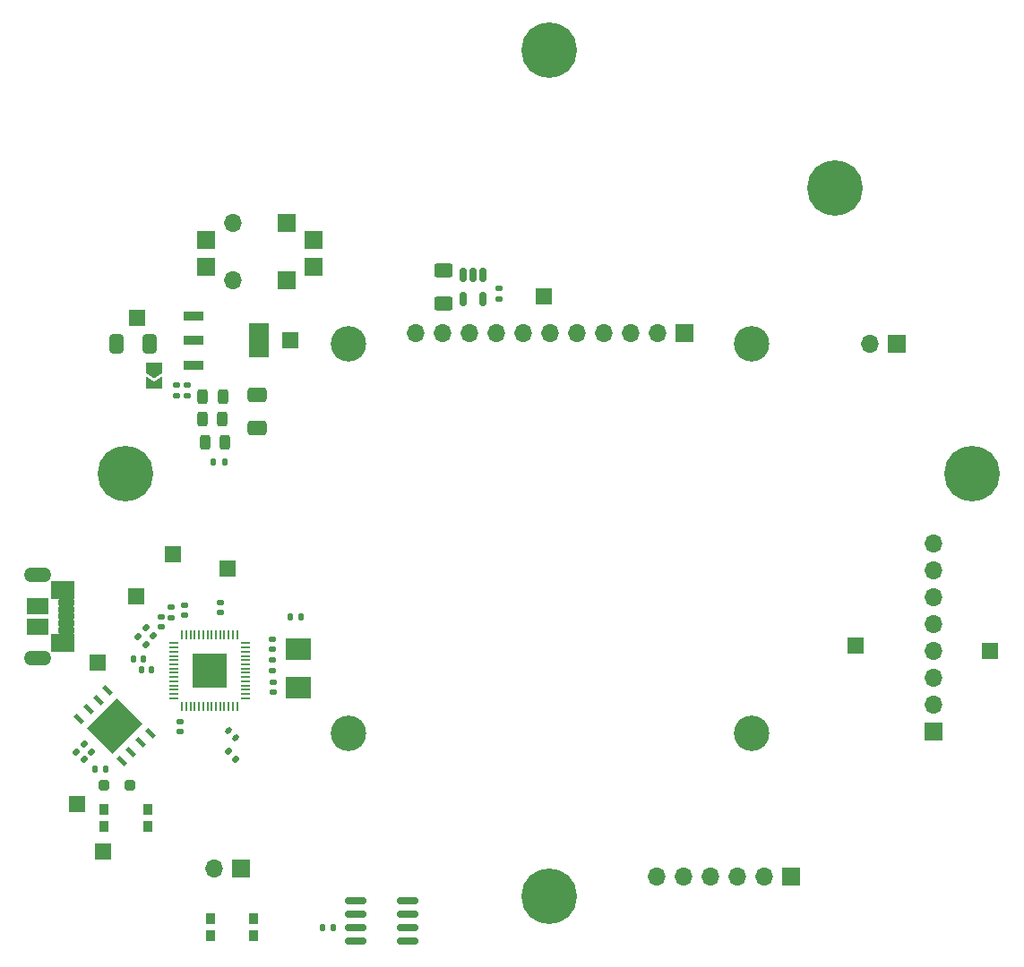
<source format=gbr>
%TF.GenerationSoftware,KiCad,Pcbnew,8.0.4*%
%TF.CreationDate,2024-09-09T11:17:31-04:00*%
%TF.ProjectId,payload_board_rev072,7061796c-6f61-4645-9f62-6f6172645f72,rev?*%
%TF.SameCoordinates,Original*%
%TF.FileFunction,Soldermask,Top*%
%TF.FilePolarity,Negative*%
%FSLAX46Y46*%
G04 Gerber Fmt 4.6, Leading zero omitted, Abs format (unit mm)*
G04 Created by KiCad (PCBNEW 8.0.4) date 2024-09-09 11:17:31*
%MOMM*%
%LPD*%
G01*
G04 APERTURE LIST*
G04 Aperture macros list*
%AMRoundRect*
0 Rectangle with rounded corners*
0 $1 Rounding radius*
0 $2 $3 $4 $5 $6 $7 $8 $9 X,Y pos of 4 corners*
0 Add a 4 corners polygon primitive as box body*
4,1,4,$2,$3,$4,$5,$6,$7,$8,$9,$2,$3,0*
0 Add four circle primitives for the rounded corners*
1,1,$1+$1,$2,$3*
1,1,$1+$1,$4,$5*
1,1,$1+$1,$6,$7*
1,1,$1+$1,$8,$9*
0 Add four rect primitives between the rounded corners*
20,1,$1+$1,$2,$3,$4,$5,0*
20,1,$1+$1,$4,$5,$6,$7,0*
20,1,$1+$1,$6,$7,$8,$9,0*
20,1,$1+$1,$8,$9,$2,$3,0*%
%AMRotRect*
0 Rectangle, with rotation*
0 The origin of the aperture is its center*
0 $1 length*
0 $2 width*
0 $3 Rotation angle, in degrees counterclockwise*
0 Add horizontal line*
21,1,$1,$2,0,0,$3*%
%AMFreePoly0*
4,1,6,1.000000,0.000000,0.500000,-0.750000,-0.500000,-0.750000,-0.500000,0.750000,0.500000,0.750000,1.000000,0.000000,1.000000,0.000000,$1*%
%AMFreePoly1*
4,1,6,0.500000,-0.750000,-0.650000,-0.750000,-0.150000,0.000000,-0.650000,0.750000,0.500000,0.750000,0.500000,-0.750000,0.500000,-0.750000,$1*%
G04 Aperture macros list end*
%ADD10R,1.500000X1.500000*%
%ADD11RoundRect,0.140000X0.140000X0.170000X-0.140000X0.170000X-0.140000X-0.170000X0.140000X-0.170000X0*%
%ADD12R,0.177800X0.812800*%
%ADD13R,0.812800X0.177800*%
%ADD14R,3.200400X3.200400*%
%ADD15RoundRect,0.250000X0.625000X-0.400000X0.625000X0.400000X-0.625000X0.400000X-0.625000X-0.400000X0*%
%ADD16RoundRect,0.140000X-0.170000X0.140000X-0.170000X-0.140000X0.170000X-0.140000X0.170000X0.140000X0*%
%ADD17R,1.700000X1.700000*%
%ADD18O,1.700000X1.700000*%
%ADD19RoundRect,0.135000X-0.135000X-0.185000X0.135000X-0.185000X0.135000X0.185000X-0.135000X0.185000X0*%
%ADD20C,5.250000*%
%ADD21RoundRect,0.135000X0.135000X0.185000X-0.135000X0.185000X-0.135000X-0.185000X0.135000X-0.185000X0*%
%ADD22RoundRect,0.135000X0.226274X0.035355X0.035355X0.226274X-0.226274X-0.035355X-0.035355X-0.226274X0*%
%ADD23RoundRect,0.140000X0.170000X-0.140000X0.170000X0.140000X-0.170000X0.140000X-0.170000X-0.140000X0*%
%ADD24RoundRect,0.243750X-0.243750X-0.456250X0.243750X-0.456250X0.243750X0.456250X-0.243750X0.456250X0*%
%ADD25RoundRect,0.243750X0.243750X0.456250X-0.243750X0.456250X-0.243750X-0.456250X0.243750X-0.456250X0*%
%ADD26RoundRect,0.135000X-0.226274X-0.035355X-0.035355X-0.226274X0.226274X0.035355X0.035355X0.226274X0*%
%ADD27C,3.352400*%
%ADD28FreePoly0,270.000000*%
%ADD29FreePoly1,270.000000*%
%ADD30RoundRect,0.112500X0.362392X-0.203293X-0.203293X0.362392X-0.362392X0.203293X0.203293X-0.362392X0*%
%ADD31RotRect,3.400000X4.000000X135.000000*%
%ADD32RoundRect,0.250000X-0.650000X0.412500X-0.650000X-0.412500X0.650000X-0.412500X0.650000X0.412500X0*%
%ADD33RoundRect,0.150000X-0.150000X0.512500X-0.150000X-0.512500X0.150000X-0.512500X0.150000X0.512500X0*%
%ADD34RoundRect,0.140000X-0.140000X-0.170000X0.140000X-0.170000X0.140000X0.170000X-0.140000X0.170000X0*%
%ADD35RoundRect,0.250000X0.250000X0.250000X-0.250000X0.250000X-0.250000X-0.250000X0.250000X-0.250000X0*%
%ADD36RoundRect,0.135000X-0.185000X0.135000X-0.185000X-0.135000X0.185000X-0.135000X0.185000X0.135000X0*%
%ADD37RoundRect,0.135000X0.185000X-0.135000X0.185000X0.135000X-0.185000X0.135000X-0.185000X-0.135000X0*%
%ADD38R,1.850000X0.900000*%
%ADD39R,1.850000X3.200000*%
%ADD40RoundRect,0.150000X0.825000X0.150000X-0.825000X0.150000X-0.825000X-0.150000X0.825000X-0.150000X0*%
%ADD41R,0.900000X1.000000*%
%ADD42RoundRect,0.140000X-0.219203X-0.021213X-0.021213X-0.219203X0.219203X0.021213X0.021213X0.219203X0*%
%ADD43RoundRect,0.076200X-0.690000X-0.225000X0.690000X-0.225000X0.690000X0.225000X-0.690000X0.225000X0*%
%ADD44O,2.568400X1.360400*%
%ADD45RoundRect,0.076200X-1.050000X-0.737500X1.050000X-0.737500X1.050000X0.737500X-1.050000X0.737500X0*%
%ADD46RoundRect,0.076200X-0.950000X-0.687500X0.950000X-0.687500X0.950000X0.687500X-0.950000X0.687500X0*%
%ADD47R,2.400000X2.000000*%
%ADD48RoundRect,0.250000X0.412500X0.650000X-0.412500X0.650000X-0.412500X-0.650000X0.412500X-0.650000X0*%
G04 APERTURE END LIST*
D10*
%TO.C,TF3V3*%
X20380000Y-80870000D03*
%TD*%
D11*
%TO.C,C8*%
X24690000Y-80540000D03*
X23730000Y-80540000D03*
%TD*%
D12*
%TO.C,IC1*%
X28316400Y-85053600D03*
X28716399Y-85053600D03*
X29116401Y-85053600D03*
X29516400Y-85053600D03*
X29916399Y-85053600D03*
X30316401Y-85053600D03*
X30716400Y-85053600D03*
X31116400Y-85053600D03*
X31516399Y-85053600D03*
X31916401Y-85053600D03*
X32316400Y-85053600D03*
X32716399Y-85053600D03*
X33116401Y-85053600D03*
X33516400Y-85053600D03*
D13*
X34320000Y-84250000D03*
X34320000Y-83850001D03*
X34320000Y-83449999D03*
X34320000Y-83050000D03*
X34320000Y-82650001D03*
X34320000Y-82249999D03*
X34320000Y-81850000D03*
X34320000Y-81450000D03*
X34320000Y-81050001D03*
X34320000Y-80649999D03*
X34320000Y-80250000D03*
X34320000Y-79850001D03*
X34320000Y-79449999D03*
X34320000Y-79050000D03*
D12*
X33516400Y-78246400D03*
X33116401Y-78246400D03*
X32716399Y-78246400D03*
X32316400Y-78246400D03*
X31916401Y-78246400D03*
X31516399Y-78246400D03*
X31116400Y-78246400D03*
X30716400Y-78246400D03*
X30316401Y-78246400D03*
X29916399Y-78246400D03*
X29516400Y-78246400D03*
X29116401Y-78246400D03*
X28716399Y-78246400D03*
X28316400Y-78246400D03*
D13*
X27512800Y-79050000D03*
X27512800Y-79449999D03*
X27512800Y-79850001D03*
X27512800Y-80250000D03*
X27512800Y-80649999D03*
X27512800Y-81050001D03*
X27512800Y-81450000D03*
X27512800Y-81850000D03*
X27512800Y-82249999D03*
X27512800Y-82650001D03*
X27512800Y-83050000D03*
X27512800Y-83449999D03*
X27512800Y-83850001D03*
X27512800Y-84250000D03*
D14*
X30916400Y-81650000D03*
%TD*%
D15*
%TO.C,R13*%
X52981405Y-46914400D03*
X52981405Y-43814400D03*
%TD*%
D16*
%TO.C,C2*%
X36837500Y-79610000D03*
X36837500Y-78650000D03*
%TD*%
D17*
%TO.C,J5*%
X75800000Y-49700000D03*
D18*
X73260000Y-49700000D03*
X70720000Y-49700000D03*
X68180000Y-49700000D03*
X65640000Y-49700000D03*
X63100000Y-49700000D03*
X60560000Y-49700000D03*
X58020000Y-49700000D03*
X55480000Y-49700000D03*
X52940000Y-49700000D03*
X50400000Y-49700000D03*
%TD*%
D19*
%TO.C,R7*%
X20115000Y-90975000D03*
X21135000Y-90975000D03*
%TD*%
D20*
%TO.C,*%
X103000000Y-63000000D03*
%TD*%
D21*
%TO.C,R10*%
X32320000Y-61900000D03*
X31300000Y-61900000D03*
%TD*%
D22*
%TO.C,R5*%
X25605624Y-78335624D03*
X24884376Y-77614376D03*
%TD*%
D23*
%TO.C,C7*%
X31931999Y-76138200D03*
X31931999Y-75178200D03*
%TD*%
D24*
%TO.C,D2*%
X30482500Y-60030000D03*
X32357500Y-60030000D03*
%TD*%
D10*
%TO.C,T3V3*%
X32620000Y-71980000D03*
%TD*%
D25*
%TO.C,D3*%
X32147500Y-57890000D03*
X30272500Y-57890000D03*
%TD*%
D26*
%TO.C,R3*%
X19064376Y-88614376D03*
X19785624Y-89335624D03*
%TD*%
D17*
%TO.C,J2*%
X99314000Y-87376000D03*
D18*
X99314000Y-84836000D03*
X99314000Y-82296000D03*
X99314000Y-79756000D03*
X99314000Y-77216000D03*
X99314000Y-74676000D03*
X99314000Y-72136000D03*
X99314000Y-69596000D03*
%TD*%
D27*
%TO.C,*%
X82127052Y-50714652D03*
%TD*%
D17*
%TO.C,J15*%
X85852000Y-101092000D03*
D18*
X83312000Y-101092000D03*
X80772000Y-101092000D03*
X78232000Y-101092000D03*
X75692000Y-101092000D03*
X73152000Y-101092000D03*
%TD*%
D10*
%TO.C,TCAM3V3*%
X91948000Y-79248000D03*
%TD*%
D17*
%TO.C,J_Burn*%
X38188800Y-39318800D03*
X40728800Y-40878800D03*
X40728800Y-43418800D03*
X38188800Y-44688800D03*
D18*
X33108800Y-39318800D03*
D17*
X30568800Y-40878800D03*
X30568800Y-43418800D03*
D18*
X33108800Y-44688800D03*
%TD*%
D28*
%TO.C,J4*%
X25690000Y-52985000D03*
D29*
X25690000Y-54435000D03*
%TD*%
D20*
%TO.C,*%
X90000000Y-36000000D03*
%TD*%
D17*
%TO.C,J12*%
X95865000Y-50780000D03*
D18*
X93325000Y-50780000D03*
%TD*%
D23*
%TO.C,C16*%
X58240000Y-46490000D03*
X58240000Y-45530000D03*
%TD*%
D10*
%TO.C,T1V2*%
X23940000Y-74630000D03*
%TD*%
%TO.C,TUCS1*%
X20880000Y-98770000D03*
%TD*%
D30*
%TO.C,U1*%
X22601229Y-90234520D03*
X23499255Y-89336494D03*
X24397280Y-88438469D03*
X25295306Y-87540443D03*
X21282475Y-83527612D03*
X20384449Y-84425638D03*
X19486424Y-85323663D03*
X18588398Y-86221689D03*
D31*
X21941852Y-86881066D03*
%TD*%
D32*
%TO.C,C13*%
X35450000Y-55567500D03*
X35450000Y-58692500D03*
%TD*%
D33*
%TO.C,U3*%
X56761005Y-44196000D03*
X55811005Y-44196000D03*
X54861005Y-44196000D03*
X54861005Y-46471000D03*
X56761005Y-46471000D03*
%TD*%
D10*
%TO.C,TDGND1*%
X62484000Y-46228000D03*
%TD*%
D34*
%TO.C,C5*%
X24470000Y-81525000D03*
X25430000Y-81525000D03*
%TD*%
D26*
%TO.C,R6*%
X24184376Y-78464376D03*
X24905624Y-79185624D03*
%TD*%
D25*
%TO.C,D4*%
X32161600Y-55727800D03*
X30286600Y-55727800D03*
%TD*%
D35*
%TO.C,D1*%
X23400000Y-92500000D03*
X20900000Y-92500000D03*
%TD*%
D16*
%TO.C,C14*%
X26320000Y-76520000D03*
X26320000Y-77480000D03*
%TD*%
D36*
%TO.C,R2*%
X36807500Y-80630000D03*
X36807500Y-81650000D03*
%TD*%
D23*
%TO.C,C1*%
X36922500Y-82730000D03*
X36922500Y-83690000D03*
%TD*%
D37*
%TO.C,R12*%
X28788000Y-55674000D03*
X28788000Y-54654000D03*
%TD*%
D23*
%TO.C,C15*%
X28570000Y-76405000D03*
X28570000Y-75445000D03*
%TD*%
D38*
%TO.C,IC2*%
X29400000Y-48140000D03*
X29400000Y-50440000D03*
X29400000Y-52740000D03*
D39*
X35600000Y-50440000D03*
%TD*%
D21*
%TO.C,R1*%
X39550000Y-76550000D03*
X38530000Y-76550000D03*
%TD*%
D20*
%TO.C,*%
X23000000Y-63000000D03*
%TD*%
D17*
%TO.C,J12*%
X33885000Y-100320000D03*
D18*
X31345000Y-100320000D03*
%TD*%
D10*
%TO.C,TGND1*%
X27432000Y-70612000D03*
%TD*%
D40*
%TO.C,U2*%
X49654000Y-107188000D03*
X49654000Y-105918000D03*
X49654000Y-104648000D03*
X49654000Y-103378000D03*
X44704000Y-103378000D03*
X44704000Y-104648000D03*
X44704000Y-105918000D03*
X44704000Y-107188000D03*
%TD*%
D41*
%TO.C,SW2*%
X30970000Y-105118000D03*
X35070000Y-105118000D03*
X30970000Y-106718000D03*
X35070000Y-106718000D03*
%TD*%
D19*
%TO.C,R2*%
X41583127Y-105975039D03*
X42603127Y-105975039D03*
%TD*%
D42*
%TO.C,C11*%
X32680589Y-87290589D03*
X33359411Y-87969411D03*
%TD*%
D43*
%TO.C,J7*%
X17360000Y-77817500D03*
X17360000Y-77167500D03*
X17360000Y-76517500D03*
X17360000Y-75867500D03*
X17360000Y-75217500D03*
D44*
X14700000Y-72567500D03*
D45*
X17000000Y-74055000D03*
D46*
X14700000Y-75580000D03*
X14700000Y-77455000D03*
D45*
X17000000Y-78980000D03*
D44*
X14700000Y-80467500D03*
%TD*%
D10*
%TO.C,TCGND1*%
X104648000Y-79756000D03*
%TD*%
D37*
%TO.C,R11*%
X27772000Y-55674000D03*
X27772000Y-54654000D03*
%TD*%
D16*
%TO.C,C6*%
X27320000Y-75645000D03*
X27320000Y-76605000D03*
%TD*%
D20*
%TO.C,J2*%
X63000000Y-103000000D03*
%TD*%
D16*
%TO.C,C9*%
X28125000Y-86470000D03*
X28125000Y-87430000D03*
%TD*%
D10*
%TO.C,TREG5V1*%
X24030000Y-48310000D03*
%TD*%
%TO.C,TFGND1*%
X18370000Y-94240000D03*
%TD*%
D47*
%TO.C,Y1*%
X39322500Y-79572500D03*
X39322500Y-83272500D03*
%TD*%
D27*
%TO.C,*%
X44027052Y-87544652D03*
%TD*%
D10*
%TO.C,TREG3V3*%
X38530000Y-50400000D03*
%TD*%
D27*
%TO.C,*%
X44027052Y-50714652D03*
%TD*%
D22*
%TO.C,R4*%
X19040000Y-90060000D03*
X18318752Y-89338752D03*
%TD*%
D41*
%TO.C,SW1*%
X20940000Y-94750000D03*
X25040000Y-94750000D03*
X20940000Y-96350000D03*
X25040000Y-96350000D03*
%TD*%
D22*
%TO.C,R8*%
X33380624Y-90022624D03*
X32659376Y-89301376D03*
%TD*%
D27*
%TO.C,*%
X82127052Y-87544652D03*
%TD*%
D48*
%TO.C,C12*%
X25282500Y-50780000D03*
X22157500Y-50780000D03*
%TD*%
D20*
%TO.C,J5*%
X63000000Y-23000000D03*
%TD*%
M02*

</source>
